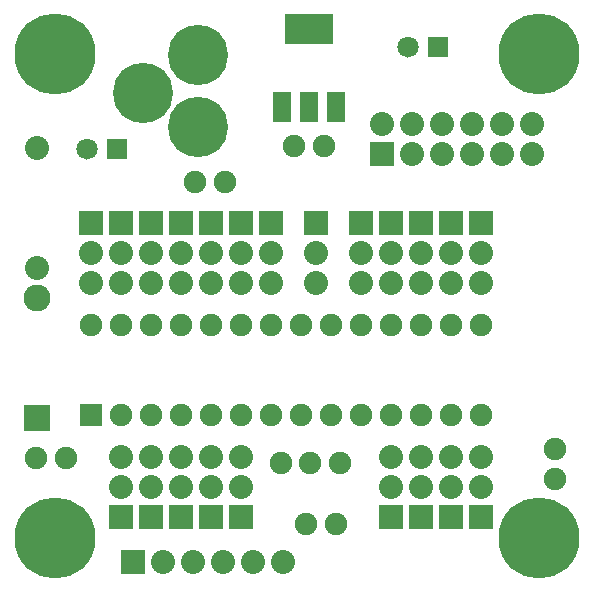
<source format=gts>
G04 #@! TF.FileFunction,Soldermask,Top*
%FSLAX46Y46*%
G04 Gerber Fmt 4.6, Leading zero omitted, Abs format (unit mm)*
G04 Created by KiCad (PCBNEW 4.0.1-stable) date 7/16/2016 1:11:57 PM*
%MOMM*%
G01*
G04 APERTURE LIST*
%ADD10C,0.150000*%
%ADD11R,4.165600X2.540000*%
%ADD12R,1.524000X2.540000*%
%ADD13C,1.905000*%
%ADD14R,1.905000X1.905000*%
%ADD15R,2.032000X2.032000*%
%ADD16C,2.032000*%
%ADD17C,2.286000*%
%ADD18R,2.286000X2.286000*%
%ADD19C,6.858000*%
%ADD20R,1.808000X1.808000*%
%ADD21C,1.808000*%
%ADD22C,5.108000*%
G04 APERTURE END LIST*
D10*
D11*
X115518000Y-51910000D03*
D12*
X115518000Y-58514000D03*
X117804000Y-58514000D03*
X113232000Y-58514000D03*
D13*
X116788000Y-61816000D03*
X114248000Y-61816000D03*
X94944000Y-88232000D03*
X92404000Y-88232000D03*
X108406000Y-64864000D03*
X105866000Y-64864000D03*
X99652000Y-84544000D03*
X102192000Y-84544000D03*
X104732000Y-84544000D03*
X107272000Y-84544000D03*
X109812000Y-84544000D03*
X112352000Y-84544000D03*
X114892000Y-84544000D03*
X117432000Y-84544000D03*
X119972000Y-84544000D03*
X122512000Y-84544000D03*
X125052000Y-84544000D03*
X127592000Y-84544000D03*
X130132000Y-84544000D03*
D14*
X97112000Y-84544000D03*
D13*
X130132000Y-76924000D03*
X127592000Y-76924000D03*
X125052000Y-76924000D03*
X122512000Y-76924000D03*
X119972000Y-76924000D03*
X117432000Y-76924000D03*
X114892000Y-76924000D03*
X112352000Y-76924000D03*
X109812000Y-76924000D03*
X107272000Y-76924000D03*
X104732000Y-76924000D03*
X102192000Y-76924000D03*
X99652000Y-76924000D03*
X97112000Y-76924000D03*
D15*
X100650000Y-97000000D03*
D16*
X103190000Y-97000000D03*
X105730000Y-97000000D03*
X108270000Y-97000000D03*
X110810000Y-97000000D03*
X113350000Y-97000000D03*
D15*
X109812000Y-93180000D03*
D16*
X109812000Y-90640000D03*
X109812000Y-88100000D03*
D15*
X119972000Y-68288000D03*
D16*
X119972000Y-70828000D03*
X119972000Y-73368000D03*
D15*
X122512000Y-68288000D03*
D16*
X122512000Y-70828000D03*
X122512000Y-73368000D03*
D15*
X125052000Y-68288000D03*
D16*
X125052000Y-70828000D03*
X125052000Y-73368000D03*
D15*
X127592000Y-68288000D03*
D16*
X127592000Y-70828000D03*
X127592000Y-73368000D03*
D15*
X130132000Y-68288000D03*
D16*
X130132000Y-70828000D03*
X130132000Y-73368000D03*
D15*
X130132000Y-93180000D03*
D16*
X130132000Y-90640000D03*
X130132000Y-88100000D03*
D15*
X127592000Y-93180000D03*
D16*
X127592000Y-90640000D03*
X127592000Y-88100000D03*
D15*
X125052000Y-93180000D03*
D16*
X125052000Y-90640000D03*
X125052000Y-88100000D03*
D15*
X122512000Y-93180000D03*
D16*
X122512000Y-90640000D03*
X122512000Y-88100000D03*
D15*
X109812000Y-68288000D03*
D16*
X109812000Y-70828000D03*
X109812000Y-73368000D03*
D15*
X107272000Y-93180000D03*
D16*
X107272000Y-90640000D03*
X107272000Y-88100000D03*
D15*
X104732000Y-93180000D03*
D16*
X104732000Y-90640000D03*
X104732000Y-88100000D03*
D15*
X102192000Y-93180000D03*
D16*
X102192000Y-90640000D03*
X102192000Y-88100000D03*
D15*
X99652000Y-93180000D03*
D16*
X99652000Y-90640000D03*
X99652000Y-88100000D03*
D15*
X97112000Y-68288000D03*
D16*
X97112000Y-70828000D03*
X97112000Y-73368000D03*
D15*
X99652000Y-68288000D03*
D16*
X99652000Y-70828000D03*
X99652000Y-73368000D03*
D15*
X102192000Y-68288000D03*
D16*
X102192000Y-70828000D03*
X102192000Y-73368000D03*
D15*
X104732000Y-68288000D03*
D16*
X104732000Y-70828000D03*
X104732000Y-73368000D03*
D15*
X107272000Y-68288000D03*
D16*
X107272000Y-70828000D03*
X107272000Y-73368000D03*
D17*
X92540000Y-74638000D03*
D18*
X92540000Y-84798000D03*
D16*
X92540000Y-61938000D03*
X92540000Y-72098000D03*
D15*
X112352000Y-68288000D03*
D16*
X112352000Y-70828000D03*
X112352000Y-73368000D03*
D15*
X116162000Y-68288000D03*
D16*
X116162000Y-70828000D03*
X116162000Y-73368000D03*
D15*
X121750000Y-62446000D03*
D16*
X121750000Y-59906000D03*
X124290000Y-62446000D03*
X124290000Y-59906000D03*
X126830000Y-62446000D03*
X126830000Y-59906000D03*
X129370000Y-62446000D03*
X129370000Y-59906000D03*
X131910000Y-62446000D03*
X131910000Y-59906000D03*
X134450000Y-62446000D03*
X134450000Y-59906000D03*
D13*
X115264000Y-93820000D03*
X117804000Y-93820000D03*
X136346000Y-87470000D03*
X136346000Y-90010000D03*
D19*
X94000000Y-54000000D03*
X135000000Y-54000000D03*
X135000000Y-95000000D03*
X94000000Y-95000000D03*
D20*
X99262000Y-62070000D03*
D21*
X96762000Y-62070000D03*
D20*
X126440000Y-53434000D03*
D21*
X123940000Y-53434000D03*
D22*
X106120000Y-54069000D03*
X106120000Y-60169000D03*
X101520000Y-57269000D03*
D13*
X118153360Y-88608000D03*
X113154640Y-88608000D03*
X115654000Y-88608000D03*
M02*

</source>
